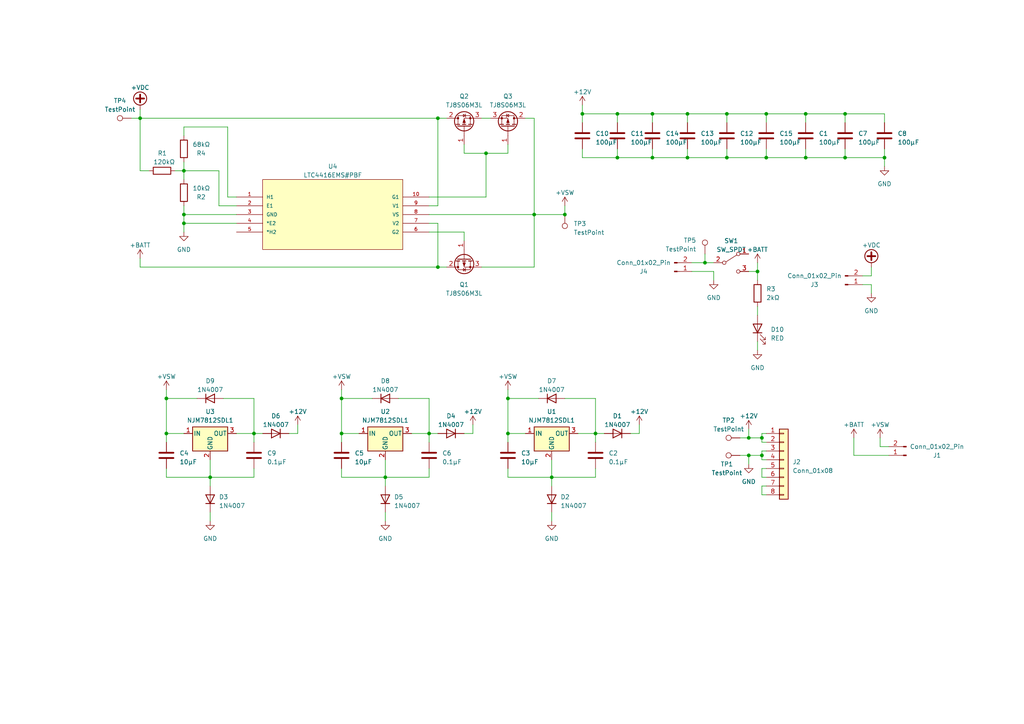
<source format=kicad_sch>
(kicad_sch (version 20230121) (generator eeschema)
  (paper "A4")
  (lib_symbols
    (symbol "Connector:Conn_01x02_Pin" (pin_names (offset 1.016) hide)
      (property "Reference" "J" (at 0 2.54 0))
      (property "Value" "Conn_01x02_Pin" (at 0 -5.08 0))
      (symbol "Conn_01x02_Pin_1_1"
        (polyline (pts (xy 1.27 -2.54) (xy 0.8636 -2.54)) (stroke (width 0.1524)))
        (polyline (pts (xy 1.27 0) (xy 0.8636 0)) (stroke (width 0.1524)))
        (rectangle (start 0.8636 -2.413) (end 0 -2.667) (stroke (width 0.1524)) (fill (type outline)))
        (rectangle (start 0.8636 0.127) (end 0 -0.127) (stroke (width 0.1524)) (fill (type outline)))
        (pin passive line (at 5.08 0 180) (length 3.81) (name "Pin_1") (number "1"))
        (pin passive line (at 5.08 -2.54 180) (length 3.81) (name "Pin_2") (number "2"))
      )
    )
    (symbol "Connector:TestPoint" (pin_numbers hide) (pin_names (offset 0.762) hide)
      (property "Reference" "TP" (at 0 6.858 0))
      (property "Value" "TestPoint" (at 0 5.08 0))
      (symbol "TestPoint_0_1"
        (circle (center 0 3.302) (radius 0.762))
      )
      (symbol "TestPoint_1_1"
        (pin passive line (at 0 0 90) (length 2.54) (name "1") (number "1"))
      )
    )
    (symbol "Connector_Generic:Conn_01x08" (pin_names (offset 1.016) hide)
      (property "Reference" "J" (at 0 10.16 0))
      (property "Value" "Conn_01x08" (at 0 -12.7 0))
      (symbol "Conn_01x08_1_1"
        (rectangle (start -1.27 -10.033) (end 0 -10.287) (stroke (width 0.1524)))
        (rectangle (start -1.27 -7.493) (end 0 -7.747) (stroke (width 0.1524)))
        (rectangle (start -1.27 -4.953) (end 0 -5.207) (stroke (width 0.1524)))
        (rectangle (start -1.27 -2.413) (end 0 -2.667) (stroke (width 0.1524)))
        (rectangle (start -1.27 0.127) (end 0 -0.127) (stroke (width 0.1524)))
        (rectangle (start -1.27 2.667) (end 0 2.413) (stroke (width 0.1524)))
        (rectangle (start -1.27 5.207) (end 0 4.953) (stroke (width 0.1524)))
        (rectangle (start -1.27 7.747) (end 0 7.493) (stroke (width 0.1524)))
        (rectangle (start -1.27 8.89) (end 1.27 -11.43) (stroke (width 0.254)) (fill (type background)))
        (pin passive line (at -5.08 7.62 0) (length 3.81) (name "Pin_1") (number "1"))
        (pin passive line (at -5.08 5.08 0) (length 3.81) (name "Pin_2") (number "2"))
        (pin passive line (at -5.08 2.54 0) (length 3.81) (name "Pin_3") (number "3"))
        (pin passive line (at -5.08 0 0) (length 3.81) (name "Pin_4") (number "4"))
        (pin passive line (at -5.08 -2.54 0) (length 3.81) (name "Pin_5") (number "5"))
        (pin passive line (at -5.08 -5.08 0) (length 3.81) (name "Pin_6") (number "6"))
        (pin passive line (at -5.08 -7.62 0) (length 3.81) (name "Pin_7") (number "7"))
        (pin passive line (at -5.08 -10.16 0) (length 3.81) (name "Pin_8") (number "8"))
      )
    )
    (symbol "Device:C" (pin_numbers hide) (pin_names (offset 0.254))
      (property "Reference" "C" (at 0.635 2.54 0))
      (property "Value" "C" (at 0.635 -2.54 0))
      (symbol "C_0_1"
        (polyline (pts (xy -2.032 -0.762) (xy 2.032 -0.762)) (stroke (width 0.508)))
        (polyline (pts (xy -2.032 0.762) (xy 2.032 0.762)) (stroke (width 0.508)))
      )
      (symbol "C_1_1"
        (pin passive line (at 0 3.81 270) (length 2.794) (name "~") (number "1"))
        (pin passive line (at 0 -3.81 90) (length 2.794) (name "~") (number "2"))
      )
    )
    (symbol "Device:LED" (pin_numbers hide) (pin_names (offset 1.016) hide)
      (property "Reference" "D" (at 0 2.54 0))
      (property "Value" "LED" (at 0 -2.54 0))
      (symbol "LED_0_1"
        (polyline (pts (xy -1.27 -1.27) (xy -1.27 1.27)) (stroke (width 0.254)))
        (polyline (pts (xy -1.27 0) (xy 1.27 0)))
        (polyline (pts (xy 1.27 -1.27) (xy 1.27 1.27) (xy -1.27 0) (xy 1.27 -1.27)) (stroke (width 0.254)))
        (polyline (pts (xy -3.048 -0.762) (xy -4.572 -2.286) (xy -3.81 -2.286) (xy -4.572 -2.286) (xy -4.572 -1.524)))
        (polyline (pts (xy -1.778 -0.762) (xy -3.302 -2.286) (xy -2.54 -2.286) (xy -3.302 -2.286) (xy -3.302 -1.524)))
      )
      (symbol "LED_1_1"
        (pin passive line (at -3.81 0 0) (length 2.54) (name "K") (number "1"))
        (pin passive line (at 3.81 0 180) (length 2.54) (name "A") (number "2"))
      )
    )
    (symbol "Device:R" (pin_numbers hide) (pin_names (offset 0))
      (property "Reference" "R" (at 2.032 0 90))
      (property "Value" "R" (at 0 0 90))
      (symbol "R_0_1"
        (rectangle (start -1.016 -2.54) (end 1.016 2.54) (stroke (width 0.254)))
      )
      (symbol "R_1_1"
        (pin passive line (at 0 3.81 270) (length 1.27) (name "~") (number "1"))
        (pin passive line (at 0 -3.81 90) (length 1.27) (name "~") (number "2"))
      )
    )
    (symbol "Diode:1N4007" (pin_numbers hide) (pin_names hide)
      (property "Reference" "D" (at 0 2.54 0))
      (property "Value" "1N4007" (at 0 -2.54 0))
      (symbol "1N4007_0_1"
        (polyline (pts (xy -1.27 1.27) (xy -1.27 -1.27)) (stroke (width 0.254)))
        (polyline (pts (xy 1.27 0) (xy -1.27 0)))
        (polyline (pts (xy 1.27 1.27) (xy 1.27 -1.27) (xy -1.27 0) (xy 1.27 1.27)) (stroke (width 0.254)))
      )
      (symbol "1N4007_1_1"
        (pin passive line (at -3.81 0 0) (length 2.54) (name "K") (number "1"))
        (pin passive line (at 3.81 0 180) (length 2.54) (name "A") (number "2"))
      )
    )
    (symbol "LTC4416EMS_PBF:LTC4416EMS#PBF" (pin_names (offset 1.016))
      (property "Reference" "U" (at 23.2536 9.1335 0))
      (property "Value" "LTC4416EMS#PBF" (at 22.6431 6.5968 0))
      (symbol "LTC4416EMS#PBF_0_0"
        (rectangle (start 7.62 -15.24) (end 48.26 5.08) (stroke (width 0.1524)) (fill (type background)))
        (pin output line (at 0 0 0) (length 7.62) (name "H1") (number "1"))
        (pin passive line (at 55.88 0 180) (length 7.62) (name "G1") (number "10"))
        (pin input line (at 0 -2.54 0) (length 7.62) (name "E1") (number "2"))
        (pin power_in line (at 0 -5.08 0) (length 7.62) (name "GND") (number "3"))
        (pin input line (at 0 -7.62 0) (length 7.62) (name "*E2") (number "4"))
        (pin input line (at 0 -10.16 0) (length 7.62) (name "*H2") (number "5"))
        (pin passive line (at 55.88 -10.16 180) (length 7.62) (name "G2") (number "6"))
        (pin input line (at 55.88 -7.62 180) (length 7.62) (name "V2") (number "7"))
        (pin input line (at 55.88 -5.08 180) (length 7.62) (name "VS") (number "8"))
        (pin input line (at 55.88 -2.54 180) (length 7.62) (name "V1") (number "9"))
      )
    )
    (symbol "Regulator_Linear:L7812" (pin_names (offset 0.254))
      (property "Reference" "U" (at -3.81 3.175 0))
      (property "Value" "L7812" (at 0 3.175 0))
      (symbol "L7812_0_1"
        (rectangle (start -5.08 1.905) (end 5.08 -5.08) (stroke (width 0.254)) (fill (type background)))
      )
      (symbol "L7812_1_1"
        (pin power_in line (at -7.62 0 0) (length 2.54) (name "IN") (number "1"))
        (pin power_in line (at 0 -7.62 90) (length 2.54) (name "GND") (number "2"))
        (pin power_out line (at 7.62 0 180) (length 2.54) (name "OUT") (number "3"))
      )
    )
    (symbol "Switch:SW_SPDT" (pin_names (offset 0) hide)
      (property "Reference" "SW" (at 0 4.318 0))
      (property "Value" "SW_SPDT" (at 0 -5.08 0))
      (symbol "SW_SPDT_0_0"
        (circle (center -2.032 0) (radius 0.508))
        (circle (center 2.032 -2.54) (radius 0.508))
      )
      (symbol "SW_SPDT_0_1"
        (polyline (pts (xy -1.524 0.254) (xy 1.651 2.286)))
        (circle (center 2.032 2.54) (radius 0.508))
      )
      (symbol "SW_SPDT_1_1"
        (pin passive line (at 5.08 2.54 180) (length 2.54) (name "A") (number "1"))
        (pin passive line (at -5.08 0 0) (length 2.54) (name "B") (number "2"))
        (pin passive line (at 5.08 -2.54 180) (length 2.54) (name "C") (number "3"))
      )
    )
    (symbol "Transistor_FET:QM6015D" (pin_names hide)
      (property "Reference" "Q" (at 5.08 1.905 0))
      (property "Value" "QM6015D" (at 5.08 0 0))
      (symbol "QM6015D_0_1"
        (polyline (pts (xy 0.254 0) (xy -2.54 0)))
        (polyline (pts (xy 0.254 1.905) (xy 0.254 -1.905)) (stroke (width 0.254)))
        (polyline (pts (xy 0.762 -1.27) (xy 0.762 -2.286)) (stroke (width 0.254)))
        (polyline (pts (xy 0.762 0.508) (xy 0.762 -0.508)) (stroke (width 0.254)))
        (polyline (pts (xy 0.762 2.286) (xy 0.762 1.27)) (stroke (width 0.254)))
        (polyline (pts (xy 2.54 2.54) (xy 2.54 1.778)))
        (polyline (pts (xy 2.54 -2.54) (xy 2.54 0) (xy 0.762 0)))
        (polyline (pts (xy 0.762 1.778) (xy 3.302 1.778) (xy 3.302 -1.778) (xy 0.762 -1.778)))
        (polyline (pts (xy 2.286 0) (xy 1.27 0.381) (xy 1.27 -0.381) (xy 2.286 0)) (fill (type outline)))
        (polyline (pts (xy 2.794 -0.508) (xy 2.921 -0.381) (xy 3.683 -0.381) (xy 3.81 -0.254)))
        (polyline (pts (xy 3.302 -0.381) (xy 2.921 0.254) (xy 3.683 0.254) (xy 3.302 -0.381)))
        (circle (center 1.651 0) (radius 2.794) (stroke (width 0.254)))
        (circle (center 2.54 -1.778) (radius 0.254) (fill (type outline)))
        (circle (center 2.54 1.778) (radius 0.254) (fill (type outline)))
      )
      (symbol "QM6015D_1_1"
        (pin passive line (at -5.08 0 0) (length 2.54) (name "G") (number "1"))
        (pin passive line (at 2.54 5.08 270) (length 2.54) (name "D") (number "2"))
        (pin passive line (at 2.54 -5.08 90) (length 2.54) (name "S") (number "3"))
      )
    )
    (symbol "power:+12V" (power) (pin_names (offset 0))
      (property "Value" "+12V" (at 0 3.556 0))
      (symbol "+12V_0_1"
        (polyline (pts (xy -0.762 1.27) (xy 0 2.54)))
        (polyline (pts (xy 0 0) (xy 0 2.54)))
        (polyline (pts (xy 0 2.54) (xy 0.762 1.27)))
      )
      (symbol "+12V_1_1"
        (pin power_in line (at 0 0 90) (length 0) hide (name "+12V") (number "1"))
      )
    )
    (symbol "power:+BATT" (power) (pin_names (offset 0))
      (property "Value" "+BATT" (at 0 3.556 0))
      (symbol "+BATT_0_1"
        (polyline (pts (xy -0.762 1.27) (xy 0 2.54)))
        (polyline (pts (xy 0 0) (xy 0 2.54)))
        (polyline (pts (xy 0 2.54) (xy 0.762 1.27)))
      )
      (symbol "+BATT_1_1"
        (pin power_in line (at 0 0 90) (length 0) hide (name "+BATT") (number "1"))
      )
    )
    (symbol "power:+VDC" (power) (pin_names (offset 0))
      (property "Value" "+VDC" (at 0 6.35 0))
      (symbol "+VDC_0_1"
        (polyline (pts (xy -1.143 3.175) (xy 1.143 3.175)) (stroke (width 0.508)))
        (polyline (pts (xy 0 0) (xy 0 1.27)))
        (polyline (pts (xy 0 2.032) (xy 0 4.318)) (stroke (width 0.508)))
        (circle (center 0 3.175) (radius 1.905) (stroke (width 0.254)))
      )
      (symbol "+VDC_1_1"
        (pin power_in line (at 0 0 90) (length 0) hide (name "+VDC") (number "1"))
      )
    )
    (symbol "power:+VSW" (power) (pin_names (offset 0))
      (property "Value" "+VSW" (at 0 3.556 0))
      (symbol "+VSW_0_1"
        (polyline (pts (xy -0.762 1.27) (xy 0 2.54)))
        (polyline (pts (xy 0 0) (xy 0 2.54)))
        (polyline (pts (xy 0 2.54) (xy 0.762 1.27)))
      )
      (symbol "+VSW_1_1"
        (pin power_in line (at 0 0 90) (length 0) hide (name "+VSW") (number "1"))
      )
    )
    (symbol "power:GND" (power) (pin_names (offset 0))
      (property "Value" "GND" (at 0 -3.81 0))
      (symbol "GND_0_1"
        (polyline (pts (xy 0 0) (xy 0 -1.27) (xy 1.27 -1.27) (xy 0 -2.54) (xy -1.27 -1.27) (xy 0 -1.27)))
      )
      (symbol "GND_1_1"
        (pin power_in line (at 0 0 270) (length 0) hide (name "GND") (number "1"))
      )
    )
  )
  (junction (at 204.47 76.2))
  (junction (at 99.06 115.57))
  (junction (at 160.02 138.43))
  (junction (at 245.11 33.02))
  (junction (at 53.34 62.23))
  (junction (at 199.39 45.72))
  (junction (at 124.46 125.73))
  (junction (at 154.94 62.23))
  (junction (at 217.17 132.08))
  (junction (at 256.54 45.72))
  (junction (at 210.82 33.02))
  (junction (at 233.68 45.72))
  (junction (at 233.68 33.02))
  (junction (at 245.11 45.72))
  (junction (at 220.98 132.08))
  (junction (at 163.83 62.23))
  (junction (at 40.64 34.29))
  (junction (at 147.32 125.73))
  (junction (at 220.98 127))
  (junction (at 222.25 33.02))
  (junction (at 179.07 33.02))
  (junction (at 172.72 125.73))
  (junction (at 222.25 45.72))
  (junction (at 127 77.47))
  (junction (at 60.96 138.43))
  (junction (at 217.17 127))
  (junction (at 53.34 64.77))
  (junction (at 99.06 125.73))
  (junction (at 179.07 45.72))
  (junction (at 168.91 33.02))
  (junction (at 189.23 45.72))
  (junction (at 73.66 125.73))
  (junction (at 219.71 78.74))
  (junction (at 48.26 115.57))
  (junction (at 140.97 44.45))
  (junction (at 210.82 45.72))
  (junction (at 147.32 115.57))
  (junction (at 199.39 33.02))
  (junction (at 127 34.29))
  (junction (at 53.34 49.53))
  (junction (at 189.23 33.02))
  (junction (at 48.26 125.73))
  (junction (at 111.76 138.43))
  (wire (pts (xy 245.11 43.18) (xy 245.11 45.72)))
  (wire (pts (xy 247.65 127) (xy 247.65 132.08)))
  (wire (pts (xy 73.66 125.73) (xy 73.66 128.27)))
  (wire (pts (xy 53.34 125.73) (xy 48.26 125.73)))
  (wire (pts (xy 220.98 132.08) (xy 220.98 130.81)))
  (wire (pts (xy 252.73 77.47) (xy 252.73 80.01)))
  (wire (pts (xy 134.62 125.73) (xy 137.16 125.73)))
  (wire (pts (xy 134.62 44.45) (xy 140.97 44.45)))
  (wire (pts (xy 134.62 69.85) (xy 134.62 67.31)))
  (wire (pts (xy 124.46 125.73) (xy 124.46 128.27)))
  (wire (pts (xy 222.25 143.51) (xy 220.98 143.51)))
  (wire (pts (xy 48.26 138.43) (xy 60.96 138.43)))
  (wire (pts (xy 40.64 31.75) (xy 40.64 34.29)))
  (wire (pts (xy 104.14 125.73) (xy 99.06 125.73)))
  (wire (pts (xy 63.5 49.53) (xy 63.5 59.69)))
  (wire (pts (xy 233.68 45.72) (xy 222.25 45.72)))
  (wire (pts (xy 66.04 36.83) (xy 66.04 57.15)))
  (wire (pts (xy 210.82 35.56) (xy 210.82 33.02)))
  (wire (pts (xy 219.71 99.06) (xy 219.71 101.6)))
  (wire (pts (xy 189.23 33.02) (xy 179.07 33.02)))
  (wire (pts (xy 48.26 115.57) (xy 57.15 115.57)))
  (wire (pts (xy 53.34 49.53) (xy 53.34 46.99)))
  (wire (pts (xy 214.63 127) (xy 217.17 127)))
  (wire (pts (xy 38.1 34.29) (xy 40.64 34.29)))
  (wire (pts (xy 163.83 62.23) (xy 154.94 62.23)))
  (wire (pts (xy 127 64.77) (xy 127 77.47)))
  (wire (pts (xy 119.38 125.73) (xy 124.46 125.73)))
  (wire (pts (xy 73.66 125.73) (xy 76.2 125.73)))
  (wire (pts (xy 222.25 35.56) (xy 222.25 33.02)))
  (wire (pts (xy 163.83 115.57) (xy 172.72 115.57)))
  (wire (pts (xy 99.06 115.57) (xy 99.06 125.73)))
  (wire (pts (xy 207.01 76.2) (xy 204.47 76.2)))
  (wire (pts (xy 40.64 34.29) (xy 40.64 49.53)))
  (wire (pts (xy 207.01 78.74) (xy 200.66 78.74)))
  (wire (pts (xy 48.26 115.57) (xy 48.26 125.73)))
  (wire (pts (xy 60.96 148.59) (xy 60.96 151.13)))
  (wire (pts (xy 199.39 33.02) (xy 189.23 33.02)))
  (wire (pts (xy 204.47 73.66) (xy 204.47 76.2)))
  (wire (pts (xy 163.83 59.69) (xy 163.83 62.23)))
  (wire (pts (xy 124.46 125.73) (xy 127 125.73)))
  (wire (pts (xy 214.63 132.08) (xy 217.17 132.08)))
  (wire (pts (xy 233.68 43.18) (xy 233.68 45.72)))
  (wire (pts (xy 48.26 113.03) (xy 48.26 115.57)))
  (wire (pts (xy 252.73 82.55) (xy 250.19 82.55)))
  (wire (pts (xy 210.82 33.02) (xy 199.39 33.02)))
  (wire (pts (xy 111.76 133.35) (xy 111.76 138.43)))
  (wire (pts (xy 147.32 125.73) (xy 147.32 128.27)))
  (wire (pts (xy 152.4 34.29) (xy 154.94 34.29)))
  (wire (pts (xy 64.77 115.57) (xy 73.66 115.57)))
  (wire (pts (xy 219.71 78.74) (xy 219.71 81.28)))
  (wire (pts (xy 199.39 43.18) (xy 199.39 45.72)))
  (wire (pts (xy 220.98 133.35) (xy 220.98 132.08)))
  (wire (pts (xy 217.17 134.62) (xy 217.17 132.08)))
  (wire (pts (xy 245.11 45.72) (xy 233.68 45.72)))
  (wire (pts (xy 160.02 138.43) (xy 160.02 140.97)))
  (wire (pts (xy 189.23 43.18) (xy 189.23 45.72)))
  (wire (pts (xy 139.7 77.47) (xy 154.94 77.47)))
  (wire (pts (xy 147.32 113.03) (xy 147.32 115.57)))
  (wire (pts (xy 68.58 57.15) (xy 66.04 57.15)))
  (wire (pts (xy 124.46 57.15) (xy 140.97 57.15)))
  (wire (pts (xy 222.25 33.02) (xy 210.82 33.02)))
  (wire (pts (xy 207.01 81.28) (xy 207.01 78.74)))
  (wire (pts (xy 124.46 138.43) (xy 124.46 135.89)))
  (wire (pts (xy 99.06 115.57) (xy 107.95 115.57)))
  (wire (pts (xy 189.23 35.56) (xy 189.23 33.02)))
  (wire (pts (xy 127 77.47) (xy 129.54 77.47)))
  (wire (pts (xy 256.54 33.02) (xy 245.11 33.02)))
  (wire (pts (xy 220.98 135.89) (xy 220.98 138.43)))
  (wire (pts (xy 172.72 115.57) (xy 172.72 125.73)))
  (wire (pts (xy 179.07 43.18) (xy 179.07 45.72)))
  (wire (pts (xy 199.39 45.72) (xy 210.82 45.72)))
  (wire (pts (xy 40.64 34.29) (xy 127 34.29)))
  (wire (pts (xy 137.16 123.19) (xy 137.16 125.73)))
  (wire (pts (xy 53.34 36.83) (xy 53.34 39.37)))
  (wire (pts (xy 50.8 49.53) (xy 53.34 49.53)))
  (wire (pts (xy 160.02 138.43) (xy 172.72 138.43)))
  (wire (pts (xy 111.76 138.43) (xy 124.46 138.43)))
  (wire (pts (xy 154.94 62.23) (xy 124.46 62.23)))
  (wire (pts (xy 53.34 59.69) (xy 53.34 62.23)))
  (wire (pts (xy 134.62 41.91) (xy 134.62 44.45)))
  (wire (pts (xy 154.94 34.29) (xy 154.94 62.23)))
  (wire (pts (xy 179.07 45.72) (xy 189.23 45.72)))
  (wire (pts (xy 222.25 125.73) (xy 220.98 125.73)))
  (wire (pts (xy 160.02 148.59) (xy 160.02 151.13)))
  (wire (pts (xy 204.47 76.2) (xy 200.66 76.2)))
  (wire (pts (xy 86.36 123.19) (xy 86.36 125.73)))
  (wire (pts (xy 99.06 135.89) (xy 99.06 138.43)))
  (wire (pts (xy 152.4 125.73) (xy 147.32 125.73)))
  (wire (pts (xy 160.02 133.35) (xy 160.02 138.43)))
  (wire (pts (xy 40.64 74.93) (xy 40.64 77.47)))
  (wire (pts (xy 124.46 59.69) (xy 127 59.69)))
  (wire (pts (xy 168.91 33.02) (xy 168.91 35.56)))
  (wire (pts (xy 60.96 138.43) (xy 73.66 138.43)))
  (wire (pts (xy 222.25 133.35) (xy 220.98 133.35)))
  (wire (pts (xy 68.58 59.69) (xy 63.5 59.69)))
  (wire (pts (xy 99.06 125.73) (xy 99.06 128.27)))
  (wire (pts (xy 99.06 113.03) (xy 99.06 115.57)))
  (wire (pts (xy 73.66 138.43) (xy 73.66 135.89)))
  (wire (pts (xy 63.5 49.53) (xy 53.34 49.53)))
  (wire (pts (xy 167.64 125.73) (xy 172.72 125.73)))
  (wire (pts (xy 53.34 64.77) (xy 53.34 62.23)))
  (wire (pts (xy 245.11 33.02) (xy 233.68 33.02)))
  (wire (pts (xy 154.94 77.47) (xy 154.94 62.23)))
  (wire (pts (xy 68.58 64.77) (xy 53.34 64.77)))
  (wire (pts (xy 127 77.47) (xy 40.64 77.47)))
  (wire (pts (xy 147.32 44.45) (xy 147.32 41.91)))
  (wire (pts (xy 48.26 125.73) (xy 48.26 128.27)))
  (wire (pts (xy 168.91 43.18) (xy 168.91 45.72)))
  (wire (pts (xy 255.27 127) (xy 255.27 129.54)))
  (wire (pts (xy 217.17 132.08) (xy 220.98 132.08)))
  (wire (pts (xy 68.58 62.23) (xy 53.34 62.23)))
  (wire (pts (xy 219.71 76.2) (xy 219.71 78.74)))
  (wire (pts (xy 111.76 138.43) (xy 111.76 140.97)))
  (wire (pts (xy 222.25 140.97) (xy 220.98 140.97)))
  (wire (pts (xy 111.76 148.59) (xy 111.76 151.13)))
  (wire (pts (xy 147.32 138.43) (xy 160.02 138.43)))
  (wire (pts (xy 124.46 64.77) (xy 127 64.77)))
  (wire (pts (xy 147.32 115.57) (xy 147.32 125.73)))
  (wire (pts (xy 172.72 138.43) (xy 172.72 135.89)))
  (wire (pts (xy 210.82 45.72) (xy 222.25 45.72)))
  (wire (pts (xy 233.68 33.02) (xy 222.25 33.02)))
  (wire (pts (xy 168.91 30.48) (xy 168.91 33.02)))
  (wire (pts (xy 147.32 135.89) (xy 147.32 138.43)))
  (wire (pts (xy 245.11 33.02) (xy 245.11 35.56)))
  (wire (pts (xy 233.68 33.02) (xy 233.68 35.56)))
  (wire (pts (xy 256.54 35.56) (xy 256.54 33.02)))
  (wire (pts (xy 172.72 125.73) (xy 172.72 128.27)))
  (wire (pts (xy 222.25 138.43) (xy 220.98 138.43)))
  (wire (pts (xy 60.96 138.43) (xy 60.96 140.97)))
  (wire (pts (xy 189.23 45.72) (xy 199.39 45.72)))
  (wire (pts (xy 247.65 132.08) (xy 257.81 132.08)))
  (wire (pts (xy 179.07 33.02) (xy 168.91 33.02)))
  (wire (pts (xy 124.46 115.57) (xy 124.46 125.73)))
  (wire (pts (xy 40.64 49.53) (xy 43.18 49.53)))
  (wire (pts (xy 134.62 67.31) (xy 124.46 67.31)))
  (wire (pts (xy 256.54 45.72) (xy 256.54 48.26)))
  (wire (pts (xy 140.97 44.45) (xy 147.32 44.45)))
  (wire (pts (xy 220.98 130.81) (xy 222.25 130.81)))
  (wire (pts (xy 222.25 128.27) (xy 220.98 128.27)))
  (wire (pts (xy 255.27 129.54) (xy 257.81 129.54)))
  (wire (pts (xy 185.42 123.19) (xy 185.42 125.73)))
  (wire (pts (xy 83.82 125.73) (xy 86.36 125.73)))
  (wire (pts (xy 217.17 124.46) (xy 217.17 127)))
  (wire (pts (xy 127 34.29) (xy 129.54 34.29)))
  (wire (pts (xy 217.17 127) (xy 220.98 127)))
  (wire (pts (xy 252.73 80.01) (xy 250.19 80.01)))
  (wire (pts (xy 68.58 125.73) (xy 73.66 125.73)))
  (wire (pts (xy 172.72 125.73) (xy 175.26 125.73)))
  (wire (pts (xy 168.91 45.72) (xy 179.07 45.72)))
  (wire (pts (xy 245.11 45.72) (xy 256.54 45.72)))
  (wire (pts (xy 220.98 125.73) (xy 220.98 127)))
  (wire (pts (xy 222.25 135.89) (xy 220.98 135.89)))
  (wire (pts (xy 182.88 125.73) (xy 185.42 125.73)))
  (wire (pts (xy 66.04 36.83) (xy 53.34 36.83)))
  (wire (pts (xy 127 59.69) (xy 127 34.29)))
  (wire (pts (xy 252.73 85.09) (xy 252.73 82.55)))
  (wire (pts (xy 220.98 143.51) (xy 220.98 140.97)))
  (wire (pts (xy 48.26 135.89) (xy 48.26 138.43)))
  (wire (pts (xy 219.71 88.9) (xy 219.71 91.44)))
  (wire (pts (xy 147.32 115.57) (xy 156.21 115.57)))
  (wire (pts (xy 53.34 64.77) (xy 53.34 67.31)))
  (wire (pts (xy 60.96 133.35) (xy 60.96 138.43)))
  (wire (pts (xy 99.06 138.43) (xy 111.76 138.43)))
  (wire (pts (xy 222.25 43.18) (xy 222.25 45.72)))
  (wire (pts (xy 140.97 57.15) (xy 140.97 44.45)))
  (wire (pts (xy 210.82 43.18) (xy 210.82 45.72)))
  (wire (pts (xy 139.7 34.29) (xy 142.24 34.29)))
  (wire (pts (xy 256.54 43.18) (xy 256.54 45.72)))
  (wire (pts (xy 199.39 35.56) (xy 199.39 33.02)))
  (wire (pts (xy 179.07 35.56) (xy 179.07 33.02)))
  (wire (pts (xy 115.57 115.57) (xy 124.46 115.57)))
  (wire (pts (xy 217.17 78.74) (xy 219.71 78.74)))
  (wire (pts (xy 220.98 128.27) (xy 220.98 127)))
  (wire (pts (xy 53.34 49.53) (xy 53.34 52.07)))
  (wire (pts (xy 73.66 115.57) (xy 73.66 125.73)))
  (symbol (lib_id "Device:C") (at 199.39 39.37 0) (unit 1)
    (property "Reference" "C13" (at 203.2 38.735 0) (effects (justify left)))
    (property "Value" "100μF" (at 203.2 41.275 0) (effects (justify left)))
    (property "Footprint" "Capacitor_SMD:CP_Elec_6.3x5.9" (effects hide))
  )
  (symbol (lib_id "power:GND") (at 219.71 101.6 0) (unit 1)
    (property "Reference" "#PWR024" (effects hide))
    (property "Value" "GND" (at 219.71 106.68 0))
  )
  (symbol (lib_id "power:GND") (at 111.76 151.13 0) (unit 1)
    (property "Reference" "#PWR07" (effects hide))
    (property "Value" "GND" (at 111.76 156.21 0))
  )
  (symbol (lib_id "power:+BATT") (at 247.65 127 0) (unit 1)
    (property "Reference" "#PWR012" (effects hide))
    (property "Value" "+BATT" (at 247.65 123.19 0))
  )
  (symbol (lib_id "power:+VSW") (at 147.32 113.03 0) (unit 1)
    (property "Reference" "#PWR09" (effects hide))
    (property "Value" "+VSW" (at 147.32 109.22 0))
  )
  (symbol (lib_id "Connector:Conn_01x02_Pin") (at 195.58 78.74 0) (mirror x) (unit 1)
    (property "Reference" "J4" (at 186.69 78.74 0))
    (property "Value" "Conn_01x02_Pin" (at 186.69 76.2 0))
    (property "Footprint" "Hirose_Connector:Hirose_DF1B" (effects hide))
  )
  (symbol (lib_id "power:+BATT") (at 40.64 74.93 0) (unit 1)
    (property "Reference" "#PWR020" (effects hide))
    (property "Value" "+BATT" (at 40.64 71.12 0))
  )
  (symbol (lib_id "power:GND") (at 256.54 48.26 0) (unit 1)
    (property "Reference" "#PWR023" (effects hide))
    (property "Value" "GND" (at 256.54 53.34 0))
  )
  (symbol (lib_id "Device:C") (at 179.07 39.37 0) (unit 1)
    (property "Reference" "C11" (at 182.88 38.735 0) (effects (justify left)))
    (property "Value" "100μF" (at 182.88 41.275 0) (effects (justify left)))
    (property "Footprint" "Capacitor_SMD:CP_Elec_6.3x5.9" (effects hide))
  )
  (symbol (lib_id "Device:R") (at 53.34 55.88 180) (unit 1)
    (property "Reference" "R2" (at 59.69 57.15 0) (effects (justify left)))
    (property "Value" "10kΩ" (at 60.96 54.61 0) (effects (justify left)))
    (property "Footprint" "Resistor_SMD:R_0805_2012Metric_Pad1.20x1.40mm_HandSolder" (effects hide))
  )
  (symbol (lib_id "power:+12V") (at 217.17 124.46 0) (mirror y) (unit 1)
    (property "Reference" "#PWR01" (effects hide))
    (property "Value" "+12V" (at 217.17 120.65 0))
  )
  (symbol (lib_id "power:GND") (at 53.34 67.31 0) (unit 1)
    (property "Reference" "#PWR019" (effects hide))
    (property "Value" "GND" (at 53.34 72.39 0))
  )
  (symbol (lib_id "Device:R") (at 46.99 49.53 270) (unit 1)
    (property "Reference" "R1" (at 45.72 44.45 90) (effects (justify left)))
    (property "Value" "120kΩ" (at 44.45 46.99 90) (effects (justify left)))
    (property "Footprint" "Resistor_SMD:R_0805_2012Metric_Pad1.20x1.40mm_HandSolder" (effects hide))
  )
  (symbol (lib_id "Connector:Conn_01x02_Pin") (at 262.89 132.08 180) (unit 1)
    (property "Reference" "J1" (at 271.78 132.08 0))
    (property "Value" "Conn_01x02_Pin" (at 271.78 129.54 0))
    (property "Footprint" "Hirose_Connector:Hirose_DF1B" (effects hide))
  )
  (symbol (lib_id "Device:C") (at 210.82 39.37 0) (unit 1)
    (property "Reference" "C12" (at 214.63 38.735 0) (effects (justify left)))
    (property "Value" "100μF" (at 214.63 41.275 0) (effects (justify left)))
    (property "Footprint" "Capacitor_SMD:CP_Elec_6.3x5.9" (effects hide))
  )
  (symbol (lib_id "power:+VDC") (at 40.64 31.75 0) (unit 1)
    (property "Reference" "#PWR016" (effects hide))
    (property "Value" "+VDC" (at 40.64 25.4 0))
  )
  (symbol (lib_id "Device:C") (at 48.26 132.08 0) (unit 1)
    (property "Reference" "C4" (at 52.07 131.445 0) (effects (justify left)))
    (property "Value" "10μF" (at 52.07 133.985 0) (effects (justify left)))
    (property "Footprint" "Capacitor_SMD:C_0603_1608Metric_Pad1.08x0.95mm_HandSolder" (effects hide))
  )
  (symbol (lib_id "power:+VSW") (at 163.83 59.69 0) (unit 1)
    (property "Reference" "#PWR021" (effects hide))
    (property "Value" "+VSW" (at 163.83 55.88 0))
  )
  (symbol (lib_id "Connector:Conn_01x02_Pin") (at 245.11 82.55 0) (mirror x) (unit 1)
    (property "Reference" "J3" (at 236.22 82.55 0))
    (property "Value" "Conn_01x02_Pin" (at 236.22 80.01 0))
    (property "Footprint" "Hirose_Connector:Hirose_DF1B" (effects hide))
  )
  (symbol (lib_id "Device:C") (at 73.66 132.08 0) (unit 1)
    (property "Reference" "C9" (at 77.47 131.445 0) (effects (justify left)))
    (property "Value" "0.1μF" (at 77.47 133.985 0) (effects (justify left)))
    (property "Footprint" "Capacitor_SMD:C_0603_1608Metric_Pad1.08x0.95mm_HandSolder" (effects hide))
  )
  (symbol (lib_id "power:+VDC") (at 252.73 77.47 0) (unit 1)
    (property "Reference" "#PWR018" (effects hide))
    (property "Value" "+VDC" (at 252.73 71.12 0))
  )
  (symbol (lib_id "Diode:1N4007") (at 80.01 125.73 180) (unit 1)
    (property "Reference" "D6" (at 80.01 120.65 0))
    (property "Value" "1N4007" (at 80.01 123.19 0))
    (property "Footprint" "Diode_SMD:D_SOD-123F" (effects hide))
    (property "Datasheet" "http://www.vishay.com/docs/88503/1n4001.pdf" (effects hide))
    (property "Sim.Device" "D" (effects hide))
    (property "Sim.Pins" "1=K 2=A" (effects hide))
  )
  (symbol (lib_id "Device:C") (at 168.91 39.37 0) (unit 1)
    (property "Reference" "C10" (at 172.72 38.735 0) (effects (justify left)))
    (property "Value" "100μF" (at 172.72 41.275 0) (effects (justify left)))
    (property "Footprint" "Capacitor_SMD:CP_Elec_6.3x5.9" (effects hide))
  )
  (symbol (lib_id "Device:C") (at 222.25 39.37 0) (unit 1)
    (property "Reference" "C15" (at 226.06 38.735 0) (effects (justify left)))
    (property "Value" "100μF" (at 226.06 41.275 0) (effects (justify left)))
    (property "Footprint" "Capacitor_SMD:CP_Elec_6.3x5.9" (effects hide))
  )
  (symbol (lib_id "Connector_Generic:Conn_01x08") (at 227.33 133.35 0) (unit 1)
    (property "Reference" "J2" (at 229.87 133.985 0) (effects (justify left)))
    (property "Value" "Conn_01x08" (at 229.87 136.525 0) (effects (justify left)))
    (property "Footprint" "Hirose_Connector:Hirose_DF11B-8DP-2DS" (effects hide))
  )
  (symbol (lib_id "power:+VSW") (at 99.06 113.03 0) (unit 1)
    (property "Reference" "#PWR03" (effects hide))
    (property "Value" "+VSW" (at 99.06 109.22 0))
  )
  (symbol (lib_id "Device:C") (at 99.06 132.08 0) (unit 1)
    (property "Reference" "C5" (at 102.87 131.445 0) (effects (justify left)))
    (property "Value" "10μF" (at 102.87 133.985 0) (effects (justify left)))
    (property "Footprint" "Capacitor_SMD:C_0603_1608Metric_Pad1.08x0.95mm_HandSolder" (effects hide))
  )
  (symbol (lib_id "Switch:SW_SPDT") (at 212.09 76.2 0) (unit 1)
    (property "Reference" "SW1" (at 212.09 69.85 0))
    (property "Value" "SW_SPDT" (at 212.09 72.39 0))
    (property "Footprint" "2MS1T1B4M7QES:2MS1T1B4M7QES" (effects hide))
  )
  (symbol (lib_id "Diode:1N4007") (at 160.02 144.78 90) (unit 1)
    (property "Reference" "D2" (at 162.56 144.145 90) (effects (justify right)))
    (property "Value" "1N4007" (at 162.56 146.685 90) (effects (justify right)))
    (property "Footprint" "Diode_SMD:D_SOD-123F" (effects hide))
    (property "Datasheet" "http://www.vishay.com/docs/88503/1n4001.pdf" (effects hide))
    (property "Sim.Device" "D" (effects hide))
    (property "Sim.Pins" "1=K 2=A" (effects hide))
  )
  (symbol (lib_id "Device:C") (at 147.32 132.08 0) (unit 1)
    (property "Reference" "C3" (at 151.13 131.445 0) (effects (justify left)))
    (property "Value" "10μF" (at 151.13 133.985 0) (effects (justify left)))
    (property "Footprint" "Capacitor_SMD:C_0603_1608Metric_Pad1.08x0.95mm_HandSolder" (effects hide))
  )
  (symbol (lib_id "Diode:1N4007") (at 111.76 144.78 90) (unit 1)
    (property "Reference" "D5" (at 114.3 144.145 90) (effects (justify right)))
    (property "Value" "1N4007" (at 114.3 146.685 90) (effects (justify right)))
    (property "Footprint" "Diode_SMD:D_SOD-123F" (effects hide))
    (property "Datasheet" "http://www.vishay.com/docs/88503/1n4001.pdf" (effects hide))
    (property "Sim.Device" "D" (effects hide))
    (property "Sim.Pins" "1=K 2=A" (effects hide))
  )
  (symbol (lib_id "Transistor_FET:QM6015D") (at 147.32 36.83 270) (mirror x) (unit 1)
    (property "Reference" "Q3" (at 147.32 27.94 90))
    (property "Value" "TJ8S06M3L" (at 147.32 30.48 90))
    (property "Footprint" "Package_TO_SOT_SMD:TO-252-2" (effects hide))
    (property "Datasheet" "http://www.jaolen.com/images/pdf/QM6015D.pdf" (effects hide))
  )
  (symbol (lib_id "power:GND") (at 207.01 81.28 0) (unit 1)
    (property "Reference" "#PWR015" (effects hide))
    (property "Value" "GND" (at 207.01 86.36 0))
  )
  (symbol (lib_id "Device:C") (at 172.72 132.08 0) (unit 1)
    (property "Reference" "C2" (at 176.53 131.445 0) (effects (justify left)))
    (property "Value" "0.1μF" (at 176.53 133.985 0) (effects (justify left)))
    (property "Footprint" "Capacitor_SMD:C_0603_1608Metric_Pad1.08x0.95mm_HandSolder" (effects hide))
  )
  (symbol (lib_id "Connector:TestPoint") (at 204.47 73.66 0) (mirror y) (unit 1)
    (property "Reference" "TP5" (at 201.93 69.723 0) (effects (justify left)))
    (property "Value" "TestPoint" (at 201.93 72.263 0) (effects (justify left)))
    (property "Footprint" "Connector_Pin:Pin_D1.0mm_L10.0mm" (effects hide))
  )
  (symbol (lib_id "Diode:1N4007") (at 60.96 144.78 90) (unit 1)
    (property "Reference" "D3" (at 63.5 144.145 90) (effects (justify right)))
    (property "Value" "1N4007" (at 63.5 146.685 90) (effects (justify right)))
    (property "Footprint" "Diode_SMD:D_SOD-123F" (effects hide))
    (property "Datasheet" "http://www.vishay.com/docs/88503/1n4001.pdf" (effects hide))
    (property "Sim.Device" "D" (effects hide))
    (property "Sim.Pins" "1=K 2=A" (effects hide))
  )
  (symbol (lib_id "Device:C") (at 256.54 39.37 0) (unit 1)
    (property "Reference" "C8" (at 260.35 38.735 0) (effects (justify left)))
    (property "Value" "100μF" (at 260.35 41.275 0) (effects (justify left)))
    (property "Footprint" "Capacitor_SMD:CP_Elec_6.3x5.9" (effects hide))
  )
  (symbol (lib_id "power:GND") (at 60.96 151.13 0) (unit 1)
    (property "Reference" "#PWR04" (effects hide))
    (property "Value" "GND" (at 60.96 156.21 0))
  )
  (symbol (lib_id "power:+VSW") (at 255.27 127 0) (unit 1)
    (property "Reference" "#PWR013" (effects hide))
    (property "Value" "+VSW" (at 255.27 123.19 0))
  )
  (symbol (lib_id "Device:R") (at 219.71 85.09 0) (unit 1)
    (property "Reference" "R3" (at 222.25 83.8199 0) (effects (justify left)))
    (property "Value" "2kΩ" (at 222.25 86.3599 0) (effects (justify left)))
    (property "Footprint" "Resistor_SMD:R_0603_1608Metric_Pad0.98x0.95mm_HandSolder" (effects hide))
  )
  (symbol (lib_id "power:+12V") (at 168.91 30.48 0) (mirror y) (unit 1)
    (property "Reference" "#PWR022" (effects hide))
    (property "Value" "+12V" (at 168.91 26.67 0))
  )
  (symbol (lib_id "Regulator_Linear:L7812") (at 160.02 125.73 0) (unit 1)
    (property "Reference" "U1" (at 160.02 119.38 0))
    (property "Value" "NJM7812SDL1" (at 160.02 121.92 0))
    (property "Footprint" "Package_TO_SOT_SMD:TO-252-2" (effects hide))
    (property "Datasheet" "http://www.st.com/content/ccc/resource/technical/document/datasheet/41/4f/b3/b0/12/d4/47/88/CD00000444.pdf/files/CD00000444.pdf/jcr:content/translations/en.CD00000444.pdf" (effects hide))
  )
  (symbol (lib_id "power:+12V") (at 137.16 123.19 0) (mirror y) (unit 1)
    (property "Reference" "#PWR08" (effects hide))
    (property "Value" "+12V" (at 137.16 119.38 0))
  )
  (symbol (lib_id "Diode:1N4007") (at 160.02 115.57 0) (unit 1)
    (property "Reference" "D7" (at 160.02 110.49 0))
    (property "Value" "1N4007" (at 160.02 113.03 0))
    (property "Footprint" "Diode_SMD:D_SOD-123F" (effects hide))
    (property "Datasheet" "http://www.vishay.com/docs/88503/1n4001.pdf" (effects hide))
    (property "Sim.Device" "D" (effects hide))
    (property "Sim.Pins" "1=K 2=A" (effects hide))
  )
  (symbol (lib_id "Transistor_FET:QM6015D") (at 134.62 36.83 90) (unit 1)
    (property "Reference" "Q2" (at 134.62 27.94 90))
    (property "Value" "TJ8S06M3L" (at 134.62 30.48 90))
    (property "Footprint" "Package_TO_SOT_SMD:TO-252-2" (effects hide))
    (property "Datasheet" "http://www.jaolen.com/images/pdf/QM6015D.pdf" (effects hide))
  )
  (symbol (lib_id "Connector:TestPoint") (at 214.63 132.08 90) (unit 1)
    (property "Reference" "TP1" (at 210.82 134.62 90))
    (property "Value" "TestPoint" (at 210.82 137.16 90))
    (property "Footprint" "Connector_Pin:Pin_D1.0mm_L10.0mm" (effects hide))
  )
  (symbol (lib_id "power:GND") (at 217.17 134.62 0) (mirror y) (unit 1)
    (property "Reference" "#PWR02" (effects hide))
    (property "Value" "GND" (at 217.17 139.7 0))
  )
  (symbol (lib_id "Device:C") (at 189.23 39.37 0) (unit 1)
    (property "Reference" "C14" (at 193.04 38.735 0) (effects (justify left)))
    (property "Value" "100μF" (at 193.04 41.275 0) (effects (justify left)))
    (property "Footprint" "Capacitor_SMD:CP_Elec_6.3x5.9" (effects hide))
  )
  (symbol (lib_id "power:+12V") (at 185.42 123.19 0) (mirror y) (unit 1)
    (property "Reference" "#PWR011" (effects hide))
    (property "Value" "+12V" (at 185.42 119.38 0))
  )
  (symbol (lib_id "Regulator_Linear:L7812") (at 60.96 125.73 0) (unit 1)
    (property "Reference" "U3" (at 60.96 119.38 0))
    (property "Value" "NJM7812SDL1" (at 60.96 121.92 0))
    (property "Footprint" "Package_TO_SOT_SMD:TO-252-2" (effects hide))
    (property "Datasheet" "http://www.st.com/content/ccc/resource/technical/document/datasheet/41/4f/b3/b0/12/d4/47/88/CD00000444.pdf/files/CD00000444.pdf/jcr:content/translations/en.CD00000444.pdf" (effects hide))
  )
  (symbol (lib_id "power:+VSW") (at 48.26 113.03 0) (unit 1)
    (property "Reference" "#PWR06" (effects hide))
    (property "Value" "+VSW" (at 48.26 109.22 0))
  )
  (symbol (lib_id "Regulator_Linear:L7812") (at 111.76 125.73 0) (unit 1)
    (property "Reference" "U2" (at 111.76 119.38 0))
    (property "Value" "NJM7812SDL1" (at 111.76 121.92 0))
    (property "Footprint" "Package_TO_SOT_SMD:TO-252-2" (effects hide))
    (property "Datasheet" "http://www.st.com/content/ccc/resource/technical/document/datasheet/41/4f/b3/b0/12/d4/47/88/CD00000444.pdf/files/CD00000444.pdf/jcr:content/translations/en.CD00000444.pdf" (effects hide))
  )
  (symbol (lib_id "Connector:TestPoint") (at 214.63 127 90) (unit 1)
    (property "Reference" "TP2" (at 211.328 121.92 90))
    (property "Value" "TestPoint" (at 211.328 124.46 90))
    (property "Footprint" "Connector_Pin:Pin_D1.0mm_L10.0mm" (effects hide))
  )
  (symbol (lib_id "Device:C") (at 245.11 39.37 0) (unit 1)
    (property "Reference" "C7" (at 248.92 38.735 0) (effects (justify left)))
    (property "Value" "100μF" (at 248.92 41.275 0) (effects (justify left)))
    (property "Footprint" "Capacitor_SMD:CP_Elec_6.3x5.9" (effects hide))
  )
  (symbol (lib_id "Diode:1N4007") (at 111.76 115.57 0) (unit 1)
    (property "Reference" "D8" (at 111.76 110.49 0))
    (property "Value" "1N4007" (at 111.76 113.03 0))
    (property "Footprint" "Diode_SMD:D_SOD-123F" (effects hide))
    (property "Datasheet" "http://www.vishay.com/docs/88503/1n4001.pdf" (effects hide))
    (property "Sim.Device" "D" (effects hide))
    (property "Sim.Pins" "1=K 2=A" (effects hide))
  )
  (symbol (lib_id "Diode:1N4007") (at 179.07 125.73 180) (unit 1)
    (property "Reference" "D1" (at 179.07 120.65 0))
    (property "Value" "1N4007" (at 179.07 123.19 0))
    (property "Footprint" "Diode_SMD:D_SOD-123F" (effects hide))
    (property "Datasheet" "http://www.vishay.com/docs/88503/1n4001.pdf" (effects hide))
    (property "Sim.Device" "D" (effects hide))
    (property "Sim.Pins" "1=K 2=A" (effects hide))
  )
  (symbol (lib_id "power:GND") (at 252.73 85.09 0) (unit 1)
    (property "Reference" "#PWR017" (effects hide))
    (property "Value" "GND" (at 252.73 90.17 0))
  )
  (symbol (lib_id "Connector:TestPoint") (at 38.1 34.29 90) (unit 1)
    (property "Reference" "TP4" (at 34.798 29.21 90))
    (property "Value" "TestPoint" (at 34.798 31.75 90))
    (property "Footprint" "Connector_Pin:Pin_D1.0mm_L10.0mm" (effects hide))
  )
  (symbol (lib_id "power:+BATT") (at 219.71 76.2 0) (unit 1)
    (property "Reference" "#PWR014" (effects hide))
    (property "Value" "+BATT" (at 219.71 72.39 0))
  )
  (symbol (lib_id "Diode:1N4007") (at 130.81 125.73 180) (unit 1)
    (property "Reference" "D4" (at 130.81 120.65 0))
    (property "Value" "1N4007" (at 130.81 123.19 0))
    (property "Footprint" "Diode_SMD:D_SOD-123F" (effects hide))
    (property "Datasheet" "http://www.vishay.com/docs/88503/1n4001.pdf" (effects hide))
    (property "Sim.Device" "D" (effects hide))
    (property "Sim.Pins" "1=K 2=A" (effects hide))
  )
  (symbol (lib_id "Device:C") (at 233.68 39.37 0) (unit 1)
    (property "Reference" "C1" (at 237.49 38.735 0) (effects (justify left)))
    (property "Value" "100μF" (at 237.49 41.275 0) (effects (justify left)))
    (property "Footprint" "Capacitor_SMD:CP_Elec_6.3x5.9" (effects hide))
  )
  (symbol (lib_id "Device:LED") (at 219.71 95.25 90) (unit 1)
    (property "Reference" "D10" (at 223.52 95.5674 90) (effects (justify right)))
    (property "Value" "RED" (at 223.52 98.1074 90) (effects (justify right)))
    (property "Footprint" "LED_SMD:LED_0603_1608Metric_Pad1.05x0.95mm_HandSolder" (effects hide))
  )
  (symbol (lib_id "Transistor_FET:QM6015D") (at 134.62 74.93 90) (mirror x) (unit 1)
    (property "Reference" "Q1" (at 134.62 82.55 90))
    (property "Value" "TJ8S06M3L" (at 134.62 85.09 90))
    (property "Footprint" "Package_TO_SOT_SMD:TO-252-2" (effects hide))
    (property "Datasheet" "http://www.jaolen.com/images/pdf/QM6015D.pdf" (effects hide))
  )
  (symbol (lib_id "LTC4416EMS_PBF:LTC4416EMS#PBF") (at 68.58 57.15 0) (unit 1)
    (property "Reference" "U4" (at 96.52 48.26 0))
    (property "Value" "LTC4416EMS#PBF" (at 96.52 50.8 0))
    (property "Footprint" "Package_SO:MSOP-10-1EP_3x3mm_P0.5mm_EP1.73x1.98mm" (effects hide))
    (property "VENDOR" "Linear Technology" (effects hide))
    (property "MANUFACTURER_PART_NUMBER" "ltc4416ims1" (effects hide))
  )
  (symbol (lib_id "power:GND") (at 160.02 151.13 0) (unit 1)
    (property "Reference" "#PWR010" (effects hide))
    (property "Value" "GND" (at 160.02 156.21 0))
  )
  (symbol (lib_id "Device:R") (at 53.34 43.18 180) (unit 1)
    (property "Reference" "R4" (at 59.69 44.45 0) (effects (justify left)))
    (property "Value" "68kΩ" (at 60.96 41.91 0) (effects (justify left)))
    (property "Footprint" "Resistor_SMD:R_0603_1608Metric_Pad0.98x0.95mm_HandSolder" (effects hide))
  )
  (symbol (lib_id "Connector:TestPoint") (at 163.83 62.23 180) (unit 1)
    (property "Reference" "TP3" (at 166.37 64.897 0) (effects (justify right)))
    (property "Value" "TestPoint" (at 166.37 67.437 0) (effects (justify right)))
    (property "Footprint" "Connector_Pin:Pin_D1.0mm_L10.0mm" (effects hide))
  )
  (symbol (lib_id "Diode:1N4007") (at 60.96 115.57 0) (unit 1)
    (property "Reference" "D9" (at 60.96 110.49 0))
    (property "Value" "1N4007" (at 60.96 113.03 0))
    (property "Footprint" "Diode_SMD:D_SOD-123F" (effects hide))
    (property "Datasheet" "http://www.vishay.com/docs/88503/1n4001.pdf" (effects hide))
    (property "Sim.Device" "D" (effects hide))
    (property "Sim.Pins" "1=K 2=A" (effects hide))
  )
  (symbol (lib_id "power:+12V") (at 86.36 123.19 0) (mirror y) (unit 1)
    (property "Reference" "#PWR05" (effects hide))
    (property "Value" "+12V" (at 86.36 119.38 0))
  )
  (symbol (lib_id "Device:C") (at 124.46 132.08 0) (unit 1)
    (property "Reference" "C6" (at 128.27 131.445 0) (effects (justify left)))
    (property "Value" "0.1μF" (at 128.27 133.985 0) (effects (justify left)))
    (property "Footprint" "Capacitor_SMD:C_0603_1608Metric_Pad1.08x0.95mm_HandSolder" (effects hide))
  )
)
</source>
